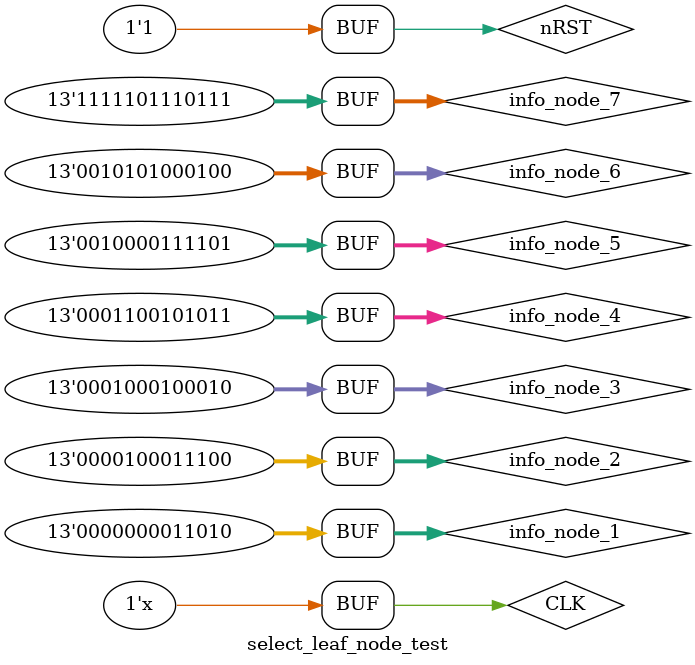
<source format=v>
`timescale 1ns / 1ps


module select_leaf_node_test;

	// Inputs
	reg CLK;
	reg nRST;
	reg [12:0] info_node_1;
	reg [12:0] info_node_2;
	reg [12:0] info_node_3;
	reg [12:0] info_node_4;
	reg [12:0] info_node_5;
	reg [12:0] info_node_6;
	reg [12:0] info_node_7;

	// Outputs
	wire [12:0] leaf_A;
	wire [12:0] leaf_B;
	wire [12:0] leaf_C;
	wire [12:0] leaf_D;

	// Instantiate the Unit Under Test (UUT)
	select_leaf_node uut (
		.CLK(CLK), 
		.nRST(nRST), 
		.info_node_1(info_node_1), 
		.info_node_2(info_node_2), 
		.info_node_3(info_node_3), 
		.info_node_4(info_node_4), 
		.info_node_5(info_node_5), 
		.info_node_6(info_node_6), 
		.info_node_7(info_node_7), 
		.leaf_A(leaf_A), 
		.leaf_B(leaf_B), 
		.leaf_C(leaf_C), 
		.leaf_D(leaf_D)
	);

	initial begin
		// Initialize Inputs
		CLK = 0;
		nRST = 0;
		info_node_1 = 13'b0000_0_0001_1010;
		info_node_2 = 13'b0000_1_0001_1100;
		info_node_3 = 13'b0001_0_0010_0010;
		info_node_4 = 13'b0001_1_0010_1011;
		info_node_5 = 13'b0010_0_0011_1101;
		info_node_6 = 13'b0010_1_0100_0100;
		info_node_7 = 13'b1111_1_0111_0111;

		// Wait 100 ns for global reset to finish
		#100;
        nRST = 1;
		// Add stimulus here

	end
	parameter DELAY = 2;
	always
		#DELAY CLK = ~CLK; 
      
endmodule


</source>
